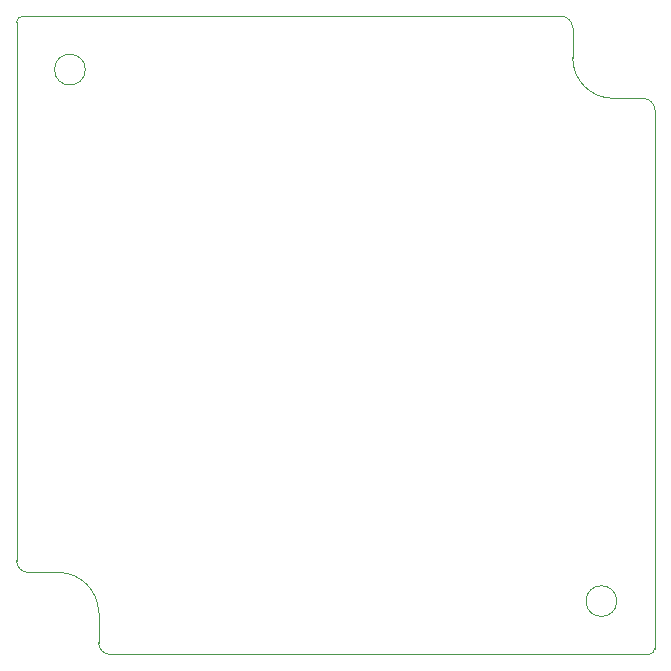
<source format=gbr>
%TF.GenerationSoftware,KiCad,Pcbnew,8.0.1-8.0.1-1~ubuntu22.04.1*%
%TF.CreationDate,2024-05-08T14:36:01-04:00*%
%TF.ProjectId,imu-splitter,696d752d-7370-46c6-9974-7465722e6b69,rev?*%
%TF.SameCoordinates,Original*%
%TF.FileFunction,Profile,NP*%
%FSLAX46Y46*%
G04 Gerber Fmt 4.6, Leading zero omitted, Abs format (unit mm)*
G04 Created by KiCad (PCBNEW 8.0.1-8.0.1-1~ubuntu22.04.1) date 2024-05-08 14:36:01*
%MOMM*%
%LPD*%
G01*
G04 APERTURE LIST*
%TA.AperFunction,Profile*%
%ADD10C,0.090000*%
%TD*%
G04 APERTURE END LIST*
D10*
X214319730Y-81849909D02*
G75*
G02*
X210889591Y-78419730I-30J3430109D01*
G01*
X163800000Y-75400000D02*
X163800000Y-120989550D01*
X209889550Y-74900000D02*
X164300000Y-74900000D01*
X164800000Y-121989550D02*
G75*
G02*
X163799950Y-120989550I0J1000050D01*
G01*
X209889550Y-74900000D02*
G75*
G02*
X210889500Y-75900000I50J-999900D01*
G01*
X171749909Y-128939459D02*
G75*
G02*
X170749941Y-127939459I-9J999959D01*
G01*
X169619730Y-79419730D02*
G75*
G02*
X167019730Y-79419730I-1300000J0D01*
G01*
X167019730Y-79419730D02*
G75*
G02*
X169619730Y-79419730I1300000J0D01*
G01*
X217839459Y-128439459D02*
X217839459Y-82849909D01*
X214619730Y-124419730D02*
G75*
G02*
X212019730Y-124419730I-1300000J0D01*
G01*
X212019730Y-124419730D02*
G75*
G02*
X214619730Y-124419730I1300000J0D01*
G01*
X163800000Y-75400000D02*
G75*
G02*
X164300000Y-74900000I499900J100D01*
G01*
X216839459Y-81849909D02*
X214319730Y-81849909D01*
X217839459Y-128439459D02*
G75*
G02*
X217339459Y-128939459I-500059J59D01*
G01*
X167319730Y-121989550D02*
G75*
G02*
X170749950Y-125419730I-30J-3430250D01*
G01*
X210889550Y-78419730D02*
X210889550Y-75900000D01*
X216839459Y-81849909D02*
G75*
G02*
X217839491Y-82849909I141J-999891D01*
G01*
X170749909Y-125419730D02*
X170749909Y-127939459D01*
X164800000Y-121989550D02*
X167319730Y-121989550D01*
X171749909Y-128939459D02*
X217339459Y-128939459D01*
M02*

</source>
